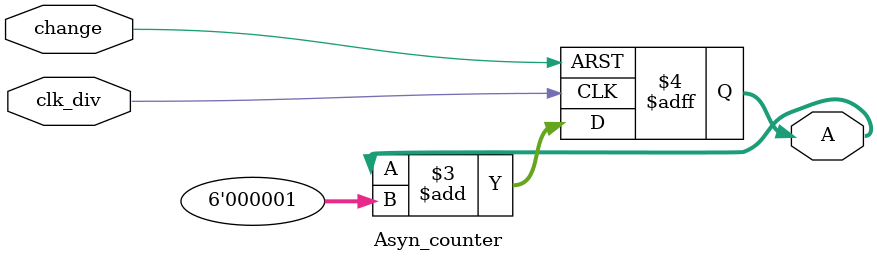
<source format=v>
module Asyn_counter(clk_div,change,A);
input clk_div,change;
output [5:0]A;
reg [5:0]A;
always@(posedge clk_div or posedge change)
begin
	if(change ==1'b1)	
	A<=6'd0;
	else 
	A<= A+6'd1;
end
endmodule

</source>
